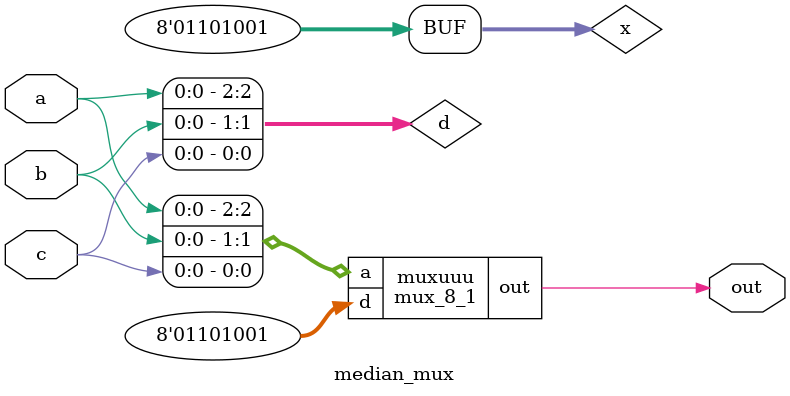
<source format=v>
module mux_8_1(a, d, out);
  input [2:0] a;
  input [0:7] d;
  output out;
  reg out;
  always @ (a or d) begin
    case (a)
      3'b000: out <= d[0];
      3'b001: out <= d[1];
      3'b010: out <= d[2];
      3'b011: out <= d[3];
      3'b100: out <= d[4];
      3'b101: out <= d[5];
      3'b110: out <= d[6];
      3'b111: out <= d[7];
    endcase
  end
endmodule
 
module median_mux(a, b, c, out);
    input a, b, c;
    output out;
    wire[2:0] d;

    assign d[0] = c;
    assign d[1] = b;
    assign d[2] = a;
    wire[7:0] x = 8'b01101001;
    mux_8_1 muxuuu(d, x, out);
endmodule
</source>
